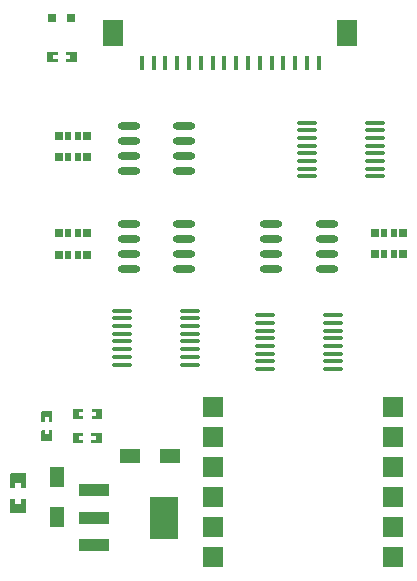
<source format=gtp>
G04*
G04 #@! TF.GenerationSoftware,Altium Limited,Altium Designer,22.11.1 (43)*
G04*
G04 Layer_Color=8421504*
%FSLAX25Y25*%
%MOIN*%
G70*
G04*
G04 #@! TF.SameCoordinates,D2032E32-7B9E-4814-9484-8CEA1A25EAEB*
G04*
G04*
G04 #@! TF.FilePolarity,Positive*
G04*
G01*
G75*
%ADD21R,0.09843X0.04331*%
%ADD22R,0.09213X0.14173*%
%ADD23R,0.07000X0.07000*%
%ADD24R,0.02559X0.03150*%
%ADD25R,0.01968X0.03150*%
%ADD26O,0.06817X0.01350*%
%ADD27R,0.07087X0.08661*%
%ADD28R,0.01181X0.04921*%
%ADD29O,0.07480X0.02362*%
%ADD30R,0.03150X0.03150*%
%ADD31R,0.05102X0.06919*%
%ADD32R,0.06919X0.05102*%
G36*
X14441Y22903D02*
X9402D01*
X9205Y23100D01*
Y27628D01*
X9402Y27825D01*
X11016Y27845D01*
Y26073D01*
X12787D01*
Y27805D01*
X14441Y27825D01*
X14638Y27628D01*
Y23100D01*
X14441Y22903D01*
D01*
D02*
G37*
G36*
Y31368D02*
X12787Y31368D01*
Y33120D01*
X11016D01*
Y31388D01*
X9402Y31368D01*
X9205Y31565D01*
Y36092D01*
X9402Y36289D01*
X14441D01*
X14638Y36092D01*
Y31565D01*
X14441Y31368D01*
D01*
D02*
G37*
G36*
X23272Y47329D02*
Y50479D01*
X23075Y50676D01*
X22177D01*
Y49219D01*
X20878D01*
Y50676D01*
X19925D01*
X19728Y50479D01*
Y47329D01*
X19925Y47132D01*
X23075D01*
X23272Y47329D01*
D01*
D02*
G37*
G36*
X33636Y49575D02*
Y48677D01*
X32140D01*
Y47378D01*
X33636D01*
Y46425D01*
X33440Y46228D01*
X30329D01*
X30132Y46425D01*
Y49575D01*
X30329Y49772D01*
X33440D01*
X33636Y49575D01*
D01*
D02*
G37*
G36*
X39739Y49772D02*
X36589D01*
X36392Y49575D01*
Y48677D01*
X37849D01*
Y47378D01*
X36392D01*
Y46425D01*
X36589Y46228D01*
X39739D01*
X39936Y46425D01*
Y49575D01*
X39739Y49772D01*
D01*
D02*
G37*
G36*
X23075Y53432D02*
X22177D01*
Y54928D01*
X20878D01*
Y53432D01*
X19925D01*
X19728Y53628D01*
Y56739D01*
X19925Y56936D01*
X23075D01*
X23272Y56739D01*
Y53628D01*
X23075Y53432D01*
D01*
D02*
G37*
G36*
X30329Y54228D02*
X33479D01*
X33676Y54425D01*
Y55323D01*
X32219D01*
Y56622D01*
X33676D01*
Y57575D01*
X33479Y57772D01*
X30329D01*
X30132Y57575D01*
Y54425D01*
X30329Y54228D01*
D01*
D02*
G37*
G36*
X36432Y54425D02*
Y55323D01*
X37928D01*
Y56622D01*
X36432D01*
Y57575D01*
X36628Y57772D01*
X39739D01*
X39935Y57575D01*
Y54425D01*
X39739Y54228D01*
X36628D01*
X36432Y54425D01*
D01*
D02*
G37*
G36*
X25136Y176575D02*
Y175677D01*
X23640D01*
Y174378D01*
X25136D01*
Y173425D01*
X24940Y173228D01*
X21829D01*
X21632Y173425D01*
Y176575D01*
X21829Y176772D01*
X24940D01*
X25136Y176575D01*
D01*
D02*
G37*
G36*
X31239Y176772D02*
X28089D01*
X27892Y176575D01*
Y175677D01*
X29349D01*
Y174378D01*
X27892D01*
Y173425D01*
X28089Y173228D01*
X31239D01*
X31436Y173425D01*
Y176575D01*
X31239Y176772D01*
D01*
D02*
G37*
D21*
X37307Y30555D02*
D03*
Y21500D02*
D03*
Y12445D02*
D03*
D22*
X60693Y21500D02*
D03*
D23*
X77000Y18500D02*
D03*
Y28500D02*
D03*
Y38500D02*
D03*
Y48500D02*
D03*
X137000D02*
D03*
Y38500D02*
D03*
Y28500D02*
D03*
Y18500D02*
D03*
Y8500D02*
D03*
Y58500D02*
D03*
X77000Y8500D02*
D03*
Y58500D02*
D03*
D24*
X35000Y116301D02*
D03*
Y109214D02*
D03*
X25552Y116301D02*
D03*
Y109214D02*
D03*
X35000Y148801D02*
D03*
Y141714D02*
D03*
X25552Y148801D02*
D03*
Y141714D02*
D03*
X130776Y109293D02*
D03*
Y116380D02*
D03*
X140224Y109293D02*
D03*
Y116380D02*
D03*
D25*
X31851Y116301D02*
D03*
Y109214D02*
D03*
X28701Y116301D02*
D03*
Y109214D02*
D03*
X31851Y148801D02*
D03*
Y141714D02*
D03*
X28701Y148801D02*
D03*
Y141714D02*
D03*
X133925Y109293D02*
D03*
Y116380D02*
D03*
X137075Y109293D02*
D03*
Y116380D02*
D03*
D26*
X130782Y135264D02*
D03*
Y137823D02*
D03*
Y140382D02*
D03*
Y142941D02*
D03*
Y145500D02*
D03*
Y148060D02*
D03*
Y150619D02*
D03*
Y153178D02*
D03*
X108218Y135264D02*
D03*
Y137823D02*
D03*
Y140382D02*
D03*
Y142941D02*
D03*
Y145500D02*
D03*
Y148060D02*
D03*
Y150619D02*
D03*
Y153178D02*
D03*
X116782Y71043D02*
D03*
Y73602D02*
D03*
Y76161D02*
D03*
Y78720D02*
D03*
Y81279D02*
D03*
Y83839D02*
D03*
Y86398D02*
D03*
Y88957D02*
D03*
X94217Y71043D02*
D03*
Y73602D02*
D03*
Y76161D02*
D03*
Y78720D02*
D03*
Y81279D02*
D03*
Y83839D02*
D03*
Y86398D02*
D03*
Y88957D02*
D03*
X69283Y72543D02*
D03*
Y75102D02*
D03*
Y77661D02*
D03*
Y80220D02*
D03*
Y82779D02*
D03*
Y85339D02*
D03*
Y87898D02*
D03*
Y90457D02*
D03*
X46718Y72543D02*
D03*
Y75102D02*
D03*
Y77661D02*
D03*
Y80220D02*
D03*
Y82779D02*
D03*
Y85339D02*
D03*
Y87898D02*
D03*
Y90457D02*
D03*
D27*
X121654Y182970D02*
D03*
X43701D02*
D03*
D28*
X112205Y173029D02*
D03*
X108268D02*
D03*
X104331D02*
D03*
X100394D02*
D03*
X96457D02*
D03*
X92520D02*
D03*
X88583D02*
D03*
X84646D02*
D03*
X80709D02*
D03*
X76772D02*
D03*
X72835D02*
D03*
X68898D02*
D03*
X64961D02*
D03*
X61024D02*
D03*
X57087D02*
D03*
X53150D02*
D03*
D29*
X96248Y119500D02*
D03*
Y114500D02*
D03*
Y109500D02*
D03*
Y104500D02*
D03*
X114752Y119500D02*
D03*
Y114500D02*
D03*
Y109500D02*
D03*
Y104500D02*
D03*
X48748Y152000D02*
D03*
Y147000D02*
D03*
Y142000D02*
D03*
Y137000D02*
D03*
X67252Y152000D02*
D03*
Y147000D02*
D03*
Y142000D02*
D03*
Y137000D02*
D03*
Y104500D02*
D03*
Y109500D02*
D03*
Y114500D02*
D03*
Y119500D02*
D03*
X48748Y104500D02*
D03*
Y109500D02*
D03*
Y114500D02*
D03*
Y119500D02*
D03*
D30*
X23352Y187987D02*
D03*
X29647Y188014D02*
D03*
D31*
X25000Y21861D02*
D03*
Y35139D02*
D03*
D32*
X62639Y42000D02*
D03*
X49361D02*
D03*
M02*

</source>
